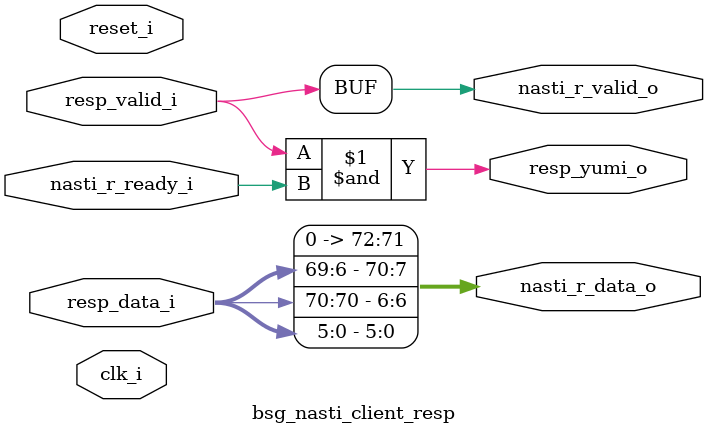
<source format=v>
module bsg_nasti_client_resp
(
  clk_i,
  reset_i,
  nasti_r_valid_o,
  nasti_r_data_o,
  nasti_r_ready_i,
  resp_valid_i,
  resp_data_i,
  resp_yumi_o
);

  output [72:0] nasti_r_data_o;
  input [72:0] resp_data_i;
  input clk_i;
  input reset_i;
  input nasti_r_ready_i;
  input resp_valid_i;
  output nasti_r_valid_o;
  output resp_yumi_o;
  wire [72:0] nasti_r_data_o;
  wire nasti_r_valid_o,resp_yumi_o,resp_valid_i;
  assign nasti_r_data_o[71] = 1'b0;
  assign nasti_r_data_o[72] = 1'b0;
  assign nasti_r_valid_o = resp_valid_i;
  assign nasti_r_data_o[70] = resp_data_i[69];
  assign nasti_r_data_o[69] = resp_data_i[68];
  assign nasti_r_data_o[68] = resp_data_i[67];
  assign nasti_r_data_o[67] = resp_data_i[66];
  assign nasti_r_data_o[66] = resp_data_i[65];
  assign nasti_r_data_o[65] = resp_data_i[64];
  assign nasti_r_data_o[64] = resp_data_i[63];
  assign nasti_r_data_o[63] = resp_data_i[62];
  assign nasti_r_data_o[62] = resp_data_i[61];
  assign nasti_r_data_o[61] = resp_data_i[60];
  assign nasti_r_data_o[60] = resp_data_i[59];
  assign nasti_r_data_o[59] = resp_data_i[58];
  assign nasti_r_data_o[58] = resp_data_i[57];
  assign nasti_r_data_o[57] = resp_data_i[56];
  assign nasti_r_data_o[56] = resp_data_i[55];
  assign nasti_r_data_o[55] = resp_data_i[54];
  assign nasti_r_data_o[54] = resp_data_i[53];
  assign nasti_r_data_o[53] = resp_data_i[52];
  assign nasti_r_data_o[52] = resp_data_i[51];
  assign nasti_r_data_o[51] = resp_data_i[50];
  assign nasti_r_data_o[50] = resp_data_i[49];
  assign nasti_r_data_o[49] = resp_data_i[48];
  assign nasti_r_data_o[48] = resp_data_i[47];
  assign nasti_r_data_o[47] = resp_data_i[46];
  assign nasti_r_data_o[46] = resp_data_i[45];
  assign nasti_r_data_o[45] = resp_data_i[44];
  assign nasti_r_data_o[44] = resp_data_i[43];
  assign nasti_r_data_o[43] = resp_data_i[42];
  assign nasti_r_data_o[42] = resp_data_i[41];
  assign nasti_r_data_o[41] = resp_data_i[40];
  assign nasti_r_data_o[40] = resp_data_i[39];
  assign nasti_r_data_o[39] = resp_data_i[38];
  assign nasti_r_data_o[38] = resp_data_i[37];
  assign nasti_r_data_o[37] = resp_data_i[36];
  assign nasti_r_data_o[36] = resp_data_i[35];
  assign nasti_r_data_o[35] = resp_data_i[34];
  assign nasti_r_data_o[34] = resp_data_i[33];
  assign nasti_r_data_o[33] = resp_data_i[32];
  assign nasti_r_data_o[32] = resp_data_i[31];
  assign nasti_r_data_o[31] = resp_data_i[30];
  assign nasti_r_data_o[30] = resp_data_i[29];
  assign nasti_r_data_o[29] = resp_data_i[28];
  assign nasti_r_data_o[28] = resp_data_i[27];
  assign nasti_r_data_o[27] = resp_data_i[26];
  assign nasti_r_data_o[26] = resp_data_i[25];
  assign nasti_r_data_o[25] = resp_data_i[24];
  assign nasti_r_data_o[24] = resp_data_i[23];
  assign nasti_r_data_o[23] = resp_data_i[22];
  assign nasti_r_data_o[22] = resp_data_i[21];
  assign nasti_r_data_o[21] = resp_data_i[20];
  assign nasti_r_data_o[20] = resp_data_i[19];
  assign nasti_r_data_o[19] = resp_data_i[18];
  assign nasti_r_data_o[18] = resp_data_i[17];
  assign nasti_r_data_o[17] = resp_data_i[16];
  assign nasti_r_data_o[16] = resp_data_i[15];
  assign nasti_r_data_o[15] = resp_data_i[14];
  assign nasti_r_data_o[14] = resp_data_i[13];
  assign nasti_r_data_o[13] = resp_data_i[12];
  assign nasti_r_data_o[12] = resp_data_i[11];
  assign nasti_r_data_o[11] = resp_data_i[10];
  assign nasti_r_data_o[10] = resp_data_i[9];
  assign nasti_r_data_o[9] = resp_data_i[8];
  assign nasti_r_data_o[8] = resp_data_i[7];
  assign nasti_r_data_o[7] = resp_data_i[6];
  assign nasti_r_data_o[6] = resp_data_i[70];
  assign nasti_r_data_o[5] = resp_data_i[5];
  assign nasti_r_data_o[4] = resp_data_i[4];
  assign nasti_r_data_o[3] = resp_data_i[3];
  assign nasti_r_data_o[2] = resp_data_i[2];
  assign nasti_r_data_o[1] = resp_data_i[1];
  assign nasti_r_data_o[0] = resp_data_i[0];
  assign resp_yumi_o = resp_valid_i & nasti_r_ready_i;

endmodule
</source>
